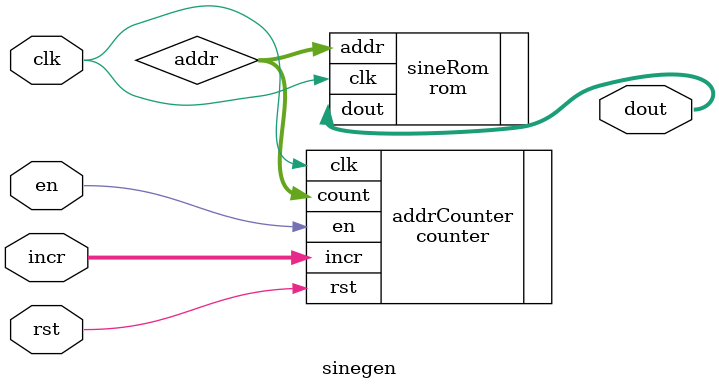
<source format=sv>
module sinegen #(
    parameter   ADDRESS_WIDTH=8,
                DATA_WIDTH=8
)(
    input   logic                           clk,
    input   logic                           rst,
    input   logic                           en,
    input   logic   [ADDRESS_WIDTH-1:0]   incr,
    output  logic   [DATA_WIDTH-1:0]        dout
);

    logic [ADDRESS_WIDTH-1:0]   addr;

counter addrCounter (
    .clk (clk),
    .rst (rst),
    .en (en),
    .incr (incr),
    .count (addr)
);

rom sineRom (
    .addr (addr),
    .clk (clk),
    .dout (dout)
);

endmodule

</source>
